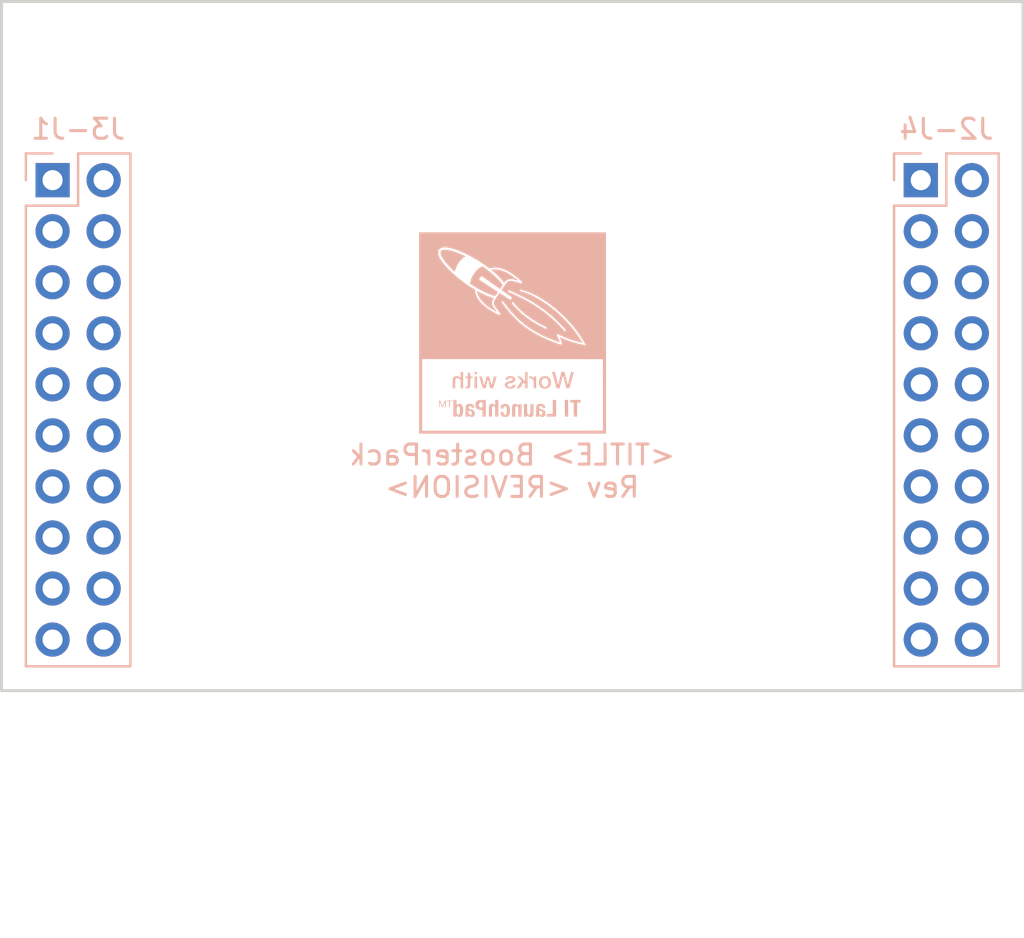
<source format=kicad_pcb>
(kicad_pcb (version 20240108) (generator "pcbnew") (generator_version "8.0")
  (title_block (title "<TITLE>") (rev "<REVISION>"))
  (layers (0 "F.Cu" signal) (31 "B.Cu" signal) (34 "B.Paste" user) (35 "F.Paste" user) (36 "B.SilkS" user "B.Silkscreen") (37 "F.SilkS" user "F.Silkscreen") (38 "B.Mask" user) (39 "F.Mask" user) (44 "Edge.Cuts" user))
  (net 0 "")
  (net 1 "/*D40")
  (net 2 "/*D39")
  (net 3 "/*D19")
  (net 4 "/*D38")
  (net 5 "/D18{slash}SPI.CS")
  (net 6 "/*D37")
  (net 7 "/D17")
  (net 8 "+3V3")
  (net 9 "/D36{slash}TC")
  (net 10 "/RST{slash}D16")
  (net 11 "/D35{slash}TC")
  (net 12 "/D15{slash}SPI.MOSI")
  (net 13 "/D34")
  (net 14 "/D14{slash}SPI.MISO")
  (net 15 "/D33")
  (net 16 "/D13{slash}SPI.CS")
  (net 17 "/D32")
  (net 18 "GND")
  (net 19 "/D12{slash}SPI.CS")
  (net 20 "/D31")
  (net 21 "/D11")
  (net 22 "/D2{slash}ADC")
  (net 23 "/D3{slash}UART.RX")
  (net 24 "/D23{slash}ADC")
  (net 25 "/D4{slash}UART.TX")
  (net 26 "/D24{slash}ADC")
  (net 27 "/D5")
  (net 28 "/D25{slash}ADC")
  (net 29 "+5V")
  (net 30 "/D6{slash}ADC")
  (net 31 "/D26{slash}ADC")
  (net 32 "/D7{slash}SPI.CLK")
  (net 33 "/D27{slash}ADC")
  (net 34 "/D8")
  (net 35 "/D28{slash}ADC")
  (net 36 "/D9{slash}SCL")
  (net 37 "/D29{slash}DAC")
  (net 38 "/D10{slash}SDA")
  (net 39 "/D30{slash}DAC")
  (footprint "Connector_PinSocket_2.54mm:PinSocket_2x10_P2.54mm_Vertical" (layer "B.Cu") (at 102.54 74.6 180)
    (property "Reference" "J3-J1" (at -1.27 2.54 0) (layer "B.SilkS") (effects (justify mirror)))
    (property "Value" "Conn_01x10" (hide yes))
    (pad "1" thru_hole rect (at 0 0 180) (size 1.7 1.7) (drill 1) (layers "*.Cu" "*.Mask") (net 8 "+3V3"))
    (pad "2" thru_hole oval (at -2.54 0 180) (size 1.7 1.7) (drill 1) (layers "*.Cu" "*.Mask") (net 29 "+5V"))
    (pad "3" thru_hole oval (at 0 -2.54 180) (size 1.7 1.7) (drill 1) (layers "*.Cu" "*.Mask") (net 22 "/D2{slash}ADC"))
    (pad "4" thru_hole oval (at -2.54 -2.54 180) (size 1.7 1.7) (drill 1) (layers "*.Cu" "*.Mask") (net 18 "GND"))
    (pad "5" thru_hole oval (at 0 -5.08 180) (size 1.7 1.7) (drill 1) (layers "*.Cu" "*.Mask") (net 23 "/D3{slash}UART.RX"))
    (pad "6" thru_hole oval (at -2.54 -5.08 180) (size 1.7 1.7) (drill 1) (layers "*.Cu" "*.Mask") (net 24 "/D23{slash}ADC"))
    (pad "7" thru_hole oval (at 0 -7.62 180) (size 1.7 1.7) (drill 1) (layers "*.Cu" "*.Mask") (net 25 "/D4{slash}UART.TX"))
    (pad "8" thru_hole oval (at -2.54 -7.62 180) (size 1.7 1.7) (drill 1) (layers "*.Cu" "*.Mask") (net 26 "/D24{slash}ADC"))
    (pad "9" thru_hole oval (at 0 -10.16 180) (size 1.7 1.7) (drill 1) (layers "*.Cu" "*.Mask") (net 27 "/D5"))
    (pad "10" thru_hole oval (at -2.54 -10.16 180) (size 1.7 1.7) (drill 1) (layers "*.Cu" "*.Mask") (net 28 "/D25{slash}ADC"))
    (pad "11" thru_hole oval (at 0 -12.7 180) (size 1.7 1.7) (drill 1) (layers "*.Cu" "*.Mask") (net 30 "/D6{slash}ADC"))
    (pad "12" thru_hole oval (at -2.54 -12.7 180) (size 1.7 1.7) (drill 1) (layers "*.Cu" "*.Mask") (net 31 "/D26{slash}ADC"))
    (pad "13" thru_hole oval (at 0 -15.24 180) (size 1.7 1.7) (drill 1) (layers "*.Cu" "*.Mask") (net 32 "/D7{slash}SPI.CLK"))
    (pad "14" thru_hole oval (at -2.54 -15.24 180) (size 1.7 1.7) (drill 1) (layers "*.Cu" "*.Mask") (net 33 "/D27{slash}ADC"))
    (pad "15" thru_hole oval (at 0 -17.78 180) (size 1.7 1.7) (drill 1) (layers "*.Cu" "*.Mask") (net 34 "/D8"))
    (pad "16" thru_hole oval (at -2.54 -17.78 180) (size 1.7 1.7) (drill 1) (layers "*.Cu" "*.Mask") (net 35 "/D28{slash}ADC"))
    (pad "17" thru_hole oval (at 0 -20.32 180) (size 1.7 1.7) (drill 1) (layers "*.Cu" "*.Mask") (net 36 "/D9{slash}SCL"))
    (pad "18" thru_hole oval (at -2.54 -20.32 180) (size 1.7 1.7) (drill 1) (layers "*.Cu" "*.Mask") (net 37 "/D29{slash}DAC"))
    (pad "19" thru_hole oval (at 0 -22.86 180) (size 1.7 1.7) (drill 1) (layers "*.Cu" "*.Mask") (net 38 "/D10{slash}SDA"))
    (pad "20" thru_hole oval (at -2.54 -22.86 180) (size 1.7 1.7) (drill 1) (layers "*.Cu" "*.Mask") (net 39 "/D30{slash}DAC"))
  )
  (footprint "Connector_PinSocket_2.54mm:PinSocket_2x10_P2.54mm_Vertical" (layer "B.Cu") (at 145.72 74.6 180)
    (property "Reference" "J2-J4" (at -1.27 2.54 0) (layer "B.SilkS") (effects (justify mirror)))
    (property "Value" "Conn_01x10" (hide yes))
    (pad "1" thru_hole rect (at 0 0 180) (size 1.7 1.7) (drill 1) (layers "*.Cu" "*.Mask") (net 1 "/*D40"))
    (pad "2" thru_hole oval (at -2.54 0 180) (size 1.7 1.7) (drill 1) (layers "*.Cu" "*.Mask") (net 18 "GND"))
    (pad "3" thru_hole oval (at 0 -2.54 180) (size 1.7 1.7) (drill 1) (layers "*.Cu" "*.Mask") (net 2 "/*D39"))
    (pad "4" thru_hole oval (at -2.54 -2.54 180) (size 1.7 1.7) (drill 1) (layers "*.Cu" "*.Mask") (net 3 "/*D19"))
    (pad "5" thru_hole oval (at 0 -5.08 180) (size 1.7 1.7) (drill 1) (layers "*.Cu" "*.Mask") (net 4 "/*D38"))
    (pad "6" thru_hole oval (at -2.54 -5.08 180) (size 1.7 1.7) (drill 1) (layers "*.Cu" "*.Mask") (net 5 "/D18{slash}SPI.CS"))
    (pad "7" thru_hole oval (at 0 -7.62 180) (size 1.7 1.7) (drill 1) (layers "*.Cu" "*.Mask") (net 6 "/*D37"))
    (pad "8" thru_hole oval (at -2.54 -7.62 180) (size 1.7 1.7) (drill 1) (layers "*.Cu" "*.Mask") (net 7 "/D17"))
    (pad "9" thru_hole oval (at 0 -10.16 180) (size 1.7 1.7) (drill 1) (layers "*.Cu" "*.Mask") (net 9 "/D36{slash}TC"))
    (pad "10" thru_hole oval (at -2.54 -10.16 180) (size 1.7 1.7) (drill 1) (layers "*.Cu" "*.Mask") (net 10 "/RST{slash}D16"))
    (pad "11" thru_hole oval (at 0 -12.7 180) (size 1.7 1.7) (drill 1) (layers "*.Cu" "*.Mask") (net 11 "/D35{slash}TC"))
    (pad "12" thru_hole oval (at -2.54 -12.7 180) (size 1.7 1.7) (drill 1) (layers "*.Cu" "*.Mask") (net 12 "/D15{slash}SPI.MOSI"))
    (pad "13" thru_hole oval (at 0 -15.24 180) (size 1.7 1.7) (drill 1) (layers "*.Cu" "*.Mask") (net 13 "/D34"))
    (pad "14" thru_hole oval (at -2.54 -15.24 180) (size 1.7 1.7) (drill 1) (layers "*.Cu" "*.Mask") (net 14 "/D14{slash}SPI.MISO"))
    (pad "15" thru_hole oval (at 0 -17.78 180) (size 1.7 1.7) (drill 1) (layers "*.Cu" "*.Mask") (net 15 "/D33"))
    (pad "16" thru_hole oval (at -2.54 -17.78 180) (size 1.7 1.7) (drill 1) (layers "*.Cu" "*.Mask") (net 16 "/D13{slash}SPI.CS"))
    (pad "17" thru_hole oval (at 0 -20.32 180) (size 1.7 1.7) (drill 1) (layers "*.Cu" "*.Mask") (net 17 "/D32"))
    (pad "18" thru_hole oval (at -2.54 -20.32 180) (size 1.7 1.7) (drill 1) (layers "*.Cu" "*.Mask") (net 19 "/D12{slash}SPI.CS"))
    (pad "19" thru_hole oval (at 0 -22.86 180) (size 1.7 1.7) (drill 1) (layers "*.Cu" "*.Mask") (net 20 "/D31"))
    (pad "20" thru_hole oval (at -2.54 -22.86 180) (size 1.7 1.7) (drill 1) (layers "*.Cu" "*.Mask") (net 21 "/D11"))
  )
  (footprint "LOGO" (layer "B.Cu") (at 125.4 82.22 180)
    (property "Reference" "G1" (hide yes))
    (property "Value" "LaunchPad-Logo" (hide yes))
  )
  (gr_rect (start 100 65.71) (end 150.8 100) (stroke (width 0.14986)) (fill none) (layer "Edge.Cuts"))
  (gr_text "${TITLE} BoosterPack\nRev ${REVISION}" (at 125.4 89.078 0) (layer "B.SilkS") (effects (font (size 1 1)) (justify mirror)))
)
</source>
